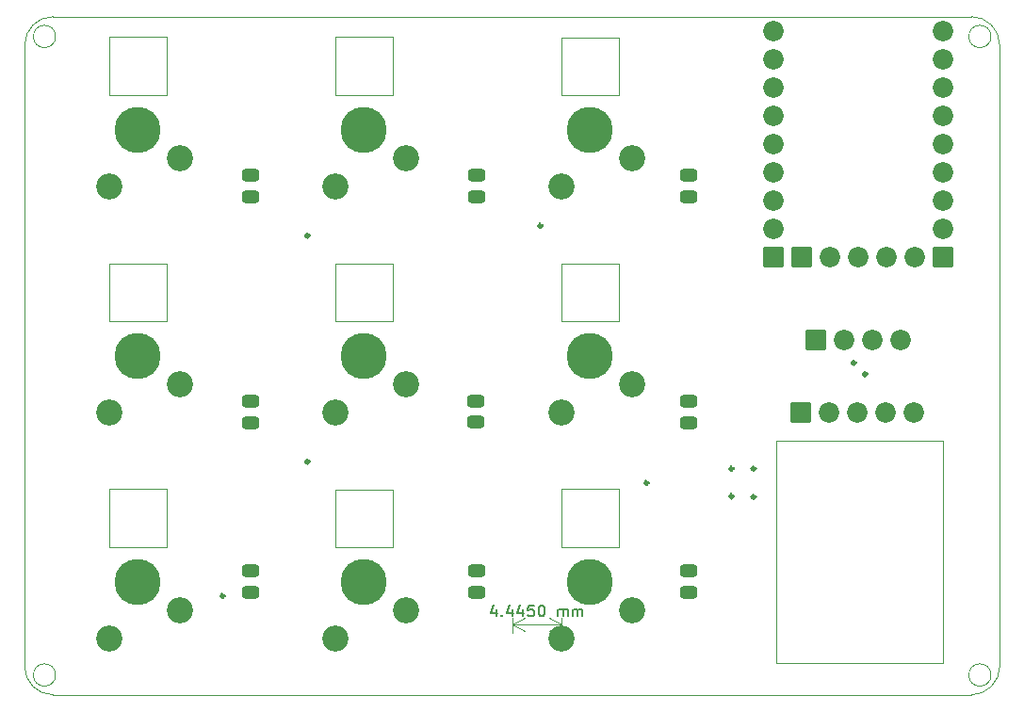
<source format=gbr>
%TF.GenerationSoftware,KiCad,Pcbnew,(6.0.5)*%
%TF.CreationDate,2022-06-17T09:46:01+08:00*%
%TF.ProjectId,keyboard_V4,6b657962-6f61-4726-945f-56342e6b6963,rev?*%
%TF.SameCoordinates,Original*%
%TF.FileFunction,Soldermask,Top*%
%TF.FilePolarity,Negative*%
%FSLAX46Y46*%
G04 Gerber Fmt 4.6, Leading zero omitted, Abs format (unit mm)*
G04 Created by KiCad (PCBNEW (6.0.5)) date 2022-06-17 09:46:01*
%MOMM*%
%LPD*%
G01*
G04 APERTURE LIST*
G04 Aperture macros list*
%AMRoundRect*
0 Rectangle with rounded corners*
0 $1 Rounding radius*
0 $2 $3 $4 $5 $6 $7 $8 $9 X,Y pos of 4 corners*
0 Add a 4 corners polygon primitive as box body*
4,1,4,$2,$3,$4,$5,$6,$7,$8,$9,$2,$3,0*
0 Add four circle primitives for the rounded corners*
1,1,$1+$1,$2,$3*
1,1,$1+$1,$4,$5*
1,1,$1+$1,$6,$7*
1,1,$1+$1,$8,$9*
0 Add four rect primitives between the rounded corners*
20,1,$1+$1,$2,$3,$4,$5,0*
20,1,$1+$1,$4,$5,$6,$7,0*
20,1,$1+$1,$6,$7,$8,$9,0*
20,1,$1+$1,$8,$9,$2,$3,0*%
G04 Aperture macros list end*
%ADD10C,0.304000*%
%TA.AperFunction,Profile*%
%ADD11C,0.050000*%
%TD*%
%ADD12C,0.150000*%
%ADD13RoundRect,0.320000X-0.475000X0.250000X-0.475000X-0.250000X0.475000X-0.250000X0.475000X0.250000X0*%
%ADD14C,4.140000*%
%ADD15C,2.340000*%
%ADD16RoundRect,0.070000X0.850000X0.850000X-0.850000X0.850000X-0.850000X-0.850000X0.850000X-0.850000X0*%
%ADD17O,1.840000X1.840000*%
%ADD18RoundRect,0.070000X0.850000X-0.850000X0.850000X0.850000X-0.850000X0.850000X-0.850000X-0.850000X0*%
G04 APERTURE END LIST*
D10*
X56032000Y-95885000D02*
G75*
G03*
X56032000Y-95885000I-152000J0D01*
G01*
X96152000Y-99060000D02*
G75*
G03*
X96152000Y-99060000I-152000J0D01*
G01*
X94152000Y-96520000D02*
G75*
G03*
X94152000Y-96520000I-152000J0D01*
G01*
X105152000Y-87000000D02*
G75*
G03*
X105152000Y-87000000I-152000J0D01*
G01*
X56032000Y-75565000D02*
G75*
G03*
X56032000Y-75565000I-152000J0D01*
G01*
X76987000Y-74676000D02*
G75*
G03*
X76987000Y-74676000I-152000J0D01*
G01*
X48412000Y-107950000D02*
G75*
G03*
X48412000Y-107950000I-152000J0D01*
G01*
X94152000Y-99000000D02*
G75*
G03*
X94152000Y-99000000I-152000J0D01*
G01*
X86512000Y-97790000D02*
G75*
G03*
X86512000Y-97790000I-152000J0D01*
G01*
X96152000Y-96520000D02*
G75*
G03*
X96152000Y-96520000I-152000J0D01*
G01*
X106152000Y-88000000D02*
G75*
G03*
X106152000Y-88000000I-152000J0D01*
G01*
D11*
X43241538Y-103567747D02*
X38059938Y-103567747D01*
X38059938Y-103567747D02*
X38059938Y-98356147D01*
X38059938Y-98356147D02*
X43241538Y-98356147D01*
X43241538Y-98356147D02*
X43241538Y-103567747D01*
X115570000Y-55880000D02*
X33020000Y-55880000D01*
X83870800Y-83235800D02*
X78689200Y-83235800D01*
X78689200Y-83235800D02*
X78689200Y-78054200D01*
X78689200Y-78054200D02*
X83870800Y-78054200D01*
X83870800Y-78054200D02*
X83870800Y-83235800D01*
X117332000Y-57658000D02*
G75*
G03*
X117332000Y-57658000I-1000000J0D01*
G01*
X83876806Y-103567747D02*
X78695206Y-103567747D01*
X78695206Y-103567747D02*
X78695206Y-98366147D01*
X78695206Y-98366147D02*
X83876806Y-98366147D01*
X83876806Y-98366147D02*
X83876806Y-103567747D01*
X43241538Y-83255800D02*
X38059938Y-83255800D01*
X38059938Y-83255800D02*
X38059938Y-78054200D01*
X38059938Y-78054200D02*
X43241538Y-78054200D01*
X43241538Y-78054200D02*
X43241538Y-83255800D01*
X63559172Y-83255800D02*
X58377572Y-83255800D01*
X58377572Y-83255800D02*
X58377572Y-78054200D01*
X58377572Y-78054200D02*
X63559172Y-78054200D01*
X63559172Y-78054200D02*
X63559172Y-83255800D01*
X63550800Y-103575000D02*
X58369200Y-103575000D01*
X58369200Y-103575000D02*
X58369200Y-98373400D01*
X58369200Y-98373400D02*
X63550800Y-98373400D01*
X63550800Y-98373400D02*
X63550800Y-103575000D01*
X117332000Y-115062000D02*
G75*
G03*
X117332000Y-115062000I-1000000J0D01*
G01*
X118110000Y-58420000D02*
X118110000Y-114300000D01*
X30480000Y-58420000D02*
X30480000Y-114300000D01*
X30480000Y-114300000D02*
G75*
G03*
X33020000Y-116840000I2540000J0D01*
G01*
X43230800Y-62935800D02*
X38049200Y-62935800D01*
X38049200Y-62935800D02*
X38049200Y-57714200D01*
X38049200Y-57714200D02*
X43230800Y-57714200D01*
X43230800Y-57714200D02*
X43230800Y-62935800D01*
X33020000Y-116840000D02*
X115570000Y-116840000D01*
X83870800Y-62925800D02*
X78689200Y-62925800D01*
X78689200Y-62925800D02*
X78689200Y-57734200D01*
X78689200Y-57734200D02*
X83870800Y-57734200D01*
X83870800Y-57734200D02*
X83870800Y-62925800D01*
X33258000Y-57658000D02*
G75*
G03*
X33258000Y-57658000I-1000000J0D01*
G01*
X33020000Y-55880000D02*
G75*
G03*
X30480000Y-58420000I0J-2540000D01*
G01*
X118110000Y-58420000D02*
G75*
G03*
X115570000Y-55880000I-2540000J0D01*
G01*
X63550800Y-62935800D02*
X58369200Y-62935800D01*
X58369200Y-62935800D02*
X58369200Y-57714200D01*
X58369200Y-57714200D02*
X63550800Y-57714200D01*
X63550800Y-57714200D02*
X63550800Y-62935800D01*
X98000000Y-94000000D02*
X113000000Y-94000000D01*
X113000000Y-94000000D02*
X113000000Y-114000000D01*
X113000000Y-114000000D02*
X98000000Y-114000000D01*
X98000000Y-114000000D02*
X98000000Y-94000000D01*
X115570000Y-116840000D02*
G75*
G03*
X118110000Y-114300000I0J2540000D01*
G01*
X33258000Y-115062000D02*
G75*
G03*
X33258000Y-115062000I-1000000J0D01*
G01*
D12*
X72850833Y-109125714D02*
X72850833Y-109792380D01*
X72612738Y-108744761D02*
X72374642Y-109459047D01*
X72993690Y-109459047D01*
X73374642Y-109697142D02*
X73422261Y-109744761D01*
X73374642Y-109792380D01*
X73327023Y-109744761D01*
X73374642Y-109697142D01*
X73374642Y-109792380D01*
X74279404Y-109125714D02*
X74279404Y-109792380D01*
X74041309Y-108744761D02*
X73803214Y-109459047D01*
X74422261Y-109459047D01*
X75231785Y-109125714D02*
X75231785Y-109792380D01*
X74993690Y-108744761D02*
X74755595Y-109459047D01*
X75374642Y-109459047D01*
X76231785Y-108792380D02*
X75755595Y-108792380D01*
X75707976Y-109268571D01*
X75755595Y-109220952D01*
X75850833Y-109173333D01*
X76088928Y-109173333D01*
X76184166Y-109220952D01*
X76231785Y-109268571D01*
X76279404Y-109363809D01*
X76279404Y-109601904D01*
X76231785Y-109697142D01*
X76184166Y-109744761D01*
X76088928Y-109792380D01*
X75850833Y-109792380D01*
X75755595Y-109744761D01*
X75707976Y-109697142D01*
X76898452Y-108792380D02*
X76993690Y-108792380D01*
X77088928Y-108840000D01*
X77136547Y-108887619D01*
X77184166Y-108982857D01*
X77231785Y-109173333D01*
X77231785Y-109411428D01*
X77184166Y-109601904D01*
X77136547Y-109697142D01*
X77088928Y-109744761D01*
X76993690Y-109792380D01*
X76898452Y-109792380D01*
X76803214Y-109744761D01*
X76755595Y-109697142D01*
X76707976Y-109601904D01*
X76660357Y-109411428D01*
X76660357Y-109173333D01*
X76707976Y-108982857D01*
X76755595Y-108887619D01*
X76803214Y-108840000D01*
X76898452Y-108792380D01*
X78422261Y-109792380D02*
X78422261Y-109125714D01*
X78422261Y-109220952D02*
X78469880Y-109173333D01*
X78565119Y-109125714D01*
X78707976Y-109125714D01*
X78803214Y-109173333D01*
X78850833Y-109268571D01*
X78850833Y-109792380D01*
X78850833Y-109268571D02*
X78898452Y-109173333D01*
X78993690Y-109125714D01*
X79136547Y-109125714D01*
X79231785Y-109173333D01*
X79279404Y-109268571D01*
X79279404Y-109792380D01*
X79755595Y-109792380D02*
X79755595Y-109125714D01*
X79755595Y-109220952D02*
X79803214Y-109173333D01*
X79898452Y-109125714D01*
X80041309Y-109125714D01*
X80136547Y-109173333D01*
X80184166Y-109268571D01*
X80184166Y-109792380D01*
X80184166Y-109268571D02*
X80231785Y-109173333D01*
X80327023Y-109125714D01*
X80469880Y-109125714D01*
X80565119Y-109173333D01*
X80612738Y-109268571D01*
X80612738Y-109792380D01*
D11*
X78740000Y-111260000D02*
X78740000Y-109903580D01*
X74295000Y-111260000D02*
X74295000Y-109903580D01*
X78740000Y-110490000D02*
X74295000Y-110490000D01*
X78740000Y-110490000D02*
X74295000Y-110490000D01*
X78740000Y-110490000D02*
X77613496Y-109903579D01*
X78740000Y-110490000D02*
X77613496Y-111076421D01*
X74295000Y-110490000D02*
X75421504Y-111076421D01*
X74295000Y-110490000D02*
X75421504Y-109903579D01*
D13*
%TO.C,TS4148*%
X71046677Y-90451243D03*
X71046677Y-92351243D03*
%TD*%
D14*
%TO.C,SW7*%
X40640000Y-66040000D03*
D15*
X38100000Y-71120000D03*
X44450000Y-68580000D03*
%TD*%
D14*
%TO.C,SW8*%
X60960000Y-66040000D03*
D15*
X58420000Y-71120000D03*
X64770000Y-68580000D03*
%TD*%
D13*
%TO.C,TS4148*%
X50800000Y-70170000D03*
X50800000Y-72070000D03*
%TD*%
%TO.C,TS4148*%
X71120000Y-105730000D03*
X71120000Y-107630000D03*
%TD*%
D16*
%TO.C,REF\u002A\u002A*%
X97790000Y-77470000D03*
D17*
X97790000Y-74930000D03*
X97790000Y-72390000D03*
X97790000Y-69850000D03*
X97790000Y-67310000D03*
X97790000Y-64770000D03*
X97790000Y-62230000D03*
X97790000Y-59690000D03*
X97790000Y-57150000D03*
%TD*%
D13*
%TO.C,TS4148*%
X90170000Y-70170000D03*
X90170000Y-72070000D03*
%TD*%
%TO.C,TS4148*%
X50800000Y-90490000D03*
X50800000Y-92390000D03*
%TD*%
D14*
%TO.C,SW3*%
X81280000Y-106680000D03*
D15*
X78740000Y-111760000D03*
X85090000Y-109220000D03*
%TD*%
D14*
%TO.C,SW2*%
X60960000Y-106680000D03*
D15*
X58420000Y-111760000D03*
X64770000Y-109220000D03*
%TD*%
D14*
%TO.C,SW4*%
X40640000Y-86360000D03*
D15*
X38100000Y-91440000D03*
X44450000Y-88900000D03*
%TD*%
D16*
%TO.C,REF\u002A\u002A*%
X113030000Y-77470000D03*
D17*
X113030000Y-74930000D03*
X113030000Y-72390000D03*
X113030000Y-69850000D03*
X113030000Y-67310000D03*
X113030000Y-64770000D03*
X113030000Y-62230000D03*
X113030000Y-59690000D03*
X113030000Y-57150000D03*
%TD*%
D14*
%TO.C,SW5*%
X60979218Y-86369609D03*
D15*
X58439218Y-91449609D03*
X64789218Y-88909609D03*
%TD*%
D14*
%TO.C,SW9*%
X81280000Y-66040000D03*
D15*
X78740000Y-71120000D03*
X85090000Y-68580000D03*
%TD*%
D13*
%TO.C,TS4148*%
X90170000Y-105730000D03*
X90170000Y-107630000D03*
%TD*%
D14*
%TO.C,SW6*%
X81280000Y-86360000D03*
D15*
X78740000Y-91440000D03*
X85090000Y-88900000D03*
%TD*%
D14*
%TO.C,SW1*%
X40640000Y-106680000D03*
D15*
X38100000Y-111760000D03*
X44450000Y-109220000D03*
%TD*%
D18*
%TO.C,REF\u002A\u002A*%
X100330000Y-77470000D03*
D17*
X102870000Y-77470000D03*
X105410000Y-77470000D03*
X107950000Y-77470000D03*
X110490000Y-77470000D03*
%TD*%
D18*
%TO.C,OLED*%
X101610000Y-84963000D03*
D17*
X104150000Y-84963000D03*
X106690000Y-84963000D03*
X109230000Y-84963000D03*
%TD*%
D13*
%TO.C,TS4148*%
X90170000Y-90490000D03*
X90170000Y-92390000D03*
%TD*%
D18*
%TO.C,EC11*%
X100203000Y-91440000D03*
D17*
X102743000Y-91440000D03*
X105283000Y-91440000D03*
X107823000Y-91440000D03*
X110363000Y-91440000D03*
%TD*%
D13*
%TO.C,TS4148*%
X50800000Y-105730000D03*
X50800000Y-107630000D03*
%TD*%
%TO.C,TS4148*%
X71120000Y-70170000D03*
X71120000Y-72070000D03*
%TD*%
M02*

</source>
